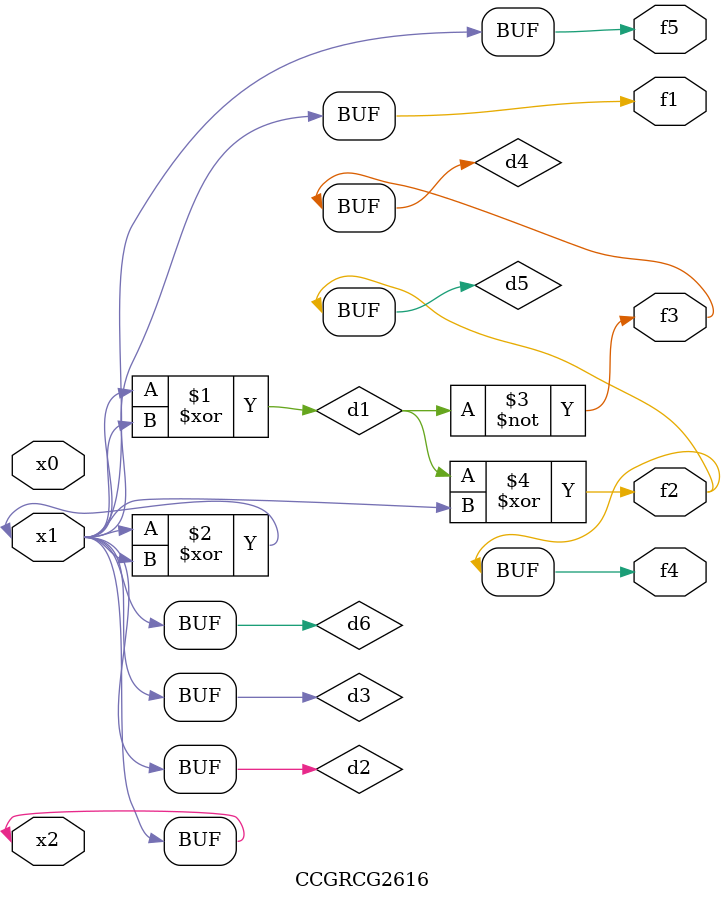
<source format=v>
module CCGRCG2616(
	input x0, x1, x2,
	output f1, f2, f3, f4, f5
);

	wire d1, d2, d3, d4, d5, d6;

	xor (d1, x1, x2);
	buf (d2, x1, x2);
	xor (d3, x1, x2);
	nor (d4, d1);
	xor (d5, d1, d2);
	buf (d6, d2, d3);
	assign f1 = d6;
	assign f2 = d5;
	assign f3 = d4;
	assign f4 = d5;
	assign f5 = d6;
endmodule

</source>
